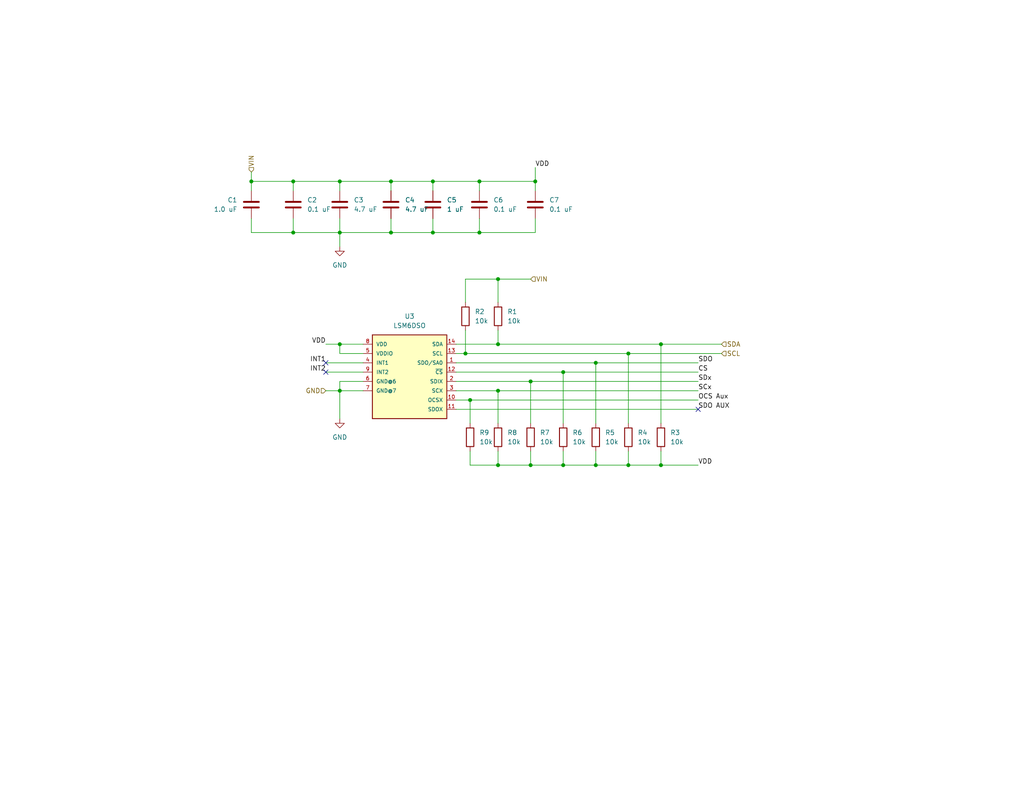
<source format=kicad_sch>
(kicad_sch (version 20250114) (generator "eeschema") (generator_version "9.0")
  (paper "USLetter")
  (title_block (title "LSM6DSO") (date "2025-10-16") (rev "1") (company "Cal Poly"))
  (lib_symbols
    (symbol "Device:C" (pin_numbers (hide yes)) (pin_names (offset 0.254))
      (property "Reference" "C" (at 0.635 2.54 0))
      (property "Value" "C" (at 0.635 -2.54 0))
      (symbol "C_0_1"
        (polyline (pts (xy -2.032 0.762) (xy 2.032 0.762)) (stroke (width 0.508)))
        (polyline (pts (xy -2.032 -0.762) (xy 2.032 -0.762)) (stroke (width 0.508)))
      )
      (symbol "C_1_1"
        (pin passive line (at 0 3.81 270) (length 2.794) (name "~") (number "1"))
        (pin passive line (at 0 -3.81 90) (length 2.794) (name "~") (number "2"))
      )
    )
    (symbol "Device:R" (pin_numbers (hide yes)) (pin_names (offset 0))
      (property "Reference" "R" (at 2.032 0 90))
      (property "Value" "R" (at 0 0 90))
      (symbol "R_0_1"
        (rectangle (start -1.016 -2.54) (end 1.016 2.54) (stroke (width 0.254)))
      )
      (symbol "R_1_1"
        (pin passive line (at 0 3.81 270) (length 1.27) (name "~") (number "1"))
        (pin passive line (at 0 -3.81 90) (length 1.27) (name "~") (number "2"))
      )
    )
    (symbol "LSM6DSO:LSM6DSO" (pin_names (offset 1.016))
      (property "Reference" "U" (at -10.16 13.208 0))
      (symbol "LSM6DSO_0_0"
        (rectangle (start -10.16 -10.16) (end 10.16 12.7) (stroke (width 0.254)) (fill (type background)))
        (pin bidirectional line (at -12.7 10.16 0) (length 2.54) (name "VDD") (number "8"))
        (pin bidirectional line (at -12.7 7.62 0) (length 2.54) (name "VDDIO") (number "5"))
        (pin bidirectional line (at -12.7 5.08 0) (length 2.54) (name "INT1") (number "4"))
        (pin bidirectional line (at -12.7 2.54 0) (length 2.54) (name "INT2") (number "9"))
        (pin bidirectional line (at -12.7 0 0) (length 2.54) (name "GND@6") (number "6"))
        (pin bidirectional line (at -12.7 -2.54 0) (length 2.54) (name "GND@7") (number "7"))
        (pin bidirectional line (at 12.7 10.16 180) (length 2.54) (name "SDA") (number "14"))
        (pin bidirectional line (at 12.7 7.62 180) (length 2.54) (name "SCL") (number "13"))
        (pin bidirectional line (at 12.7 5.08 180) (length 2.54) (name "SDO/SA0") (number "1"))
        (pin bidirectional line (at 12.7 2.54 180) (length 2.54) (name "~{CS}") (number "12"))
        (pin bidirectional line (at 12.7 0 180) (length 2.54) (name "SDIX") (number "2"))
        (pin bidirectional line (at 12.7 -2.54 180) (length 2.54) (name "SCX") (number "3"))
        (pin bidirectional line (at 12.7 -5.08 180) (length 2.54) (name "OCSX") (number "10"))
        (pin bidirectional line (at 12.7 -7.62 180) (length 2.54) (name "SDOX") (number "11"))
      )
    )
    (symbol "power:GND" (power) (pin_numbers (hide yes)) (pin_names (offset 0) (hide yes))
      (property "Value" "GND" (at 0 -3.81 0))
      (symbol "GND_0_1"
        (polyline (pts (xy 0 0) (xy 0 -1.27) (xy 1.27 -1.27) (xy 0 -2.54) (xy -1.27 -1.27) (xy 0 -1.27)))
      )
      (symbol "GND_1_1"
        (pin power_in line (at 0 0 270) (length 0) (name "~") (number "1"))
      )
    )
  )
  (junction (at 135.89 76.2))
  (junction (at 153.67 101.6))
  (junction (at 92.71 49.53))
  (junction (at 171.45 127))
  (junction (at 68.58 49.53))
  (junction (at 135.89 93.98))
  (junction (at 92.71 63.5))
  (junction (at 92.71 106.68))
  (junction (at 144.78 104.14))
  (junction (at 106.68 63.5))
  (junction (at 135.89 106.68))
  (junction (at 180.34 93.98))
  (junction (at 127 96.52))
  (junction (at 171.45 96.52))
  (junction (at 153.67 127))
  (junction (at 128.27 109.22))
  (junction (at 180.34 127))
  (junction (at 80.01 49.53))
  (junction (at 146.05 49.53))
  (junction (at 130.81 49.53))
  (junction (at 162.56 99.06))
  (junction (at 144.78 127))
  (junction (at 92.71 93.98))
  (junction (at 162.56 127))
  (junction (at 80.01 63.5))
  (junction (at 118.11 49.53))
  (junction (at 118.11 63.5))
  (junction (at 106.68 49.53))
  (junction (at 135.89 127))
  (junction (at 130.81 63.5))
  (no_connect (at 88.9 99.06))
  (no_connect (at 190.5 111.76))
  (no_connect (at 88.9 101.6))
  (wire (pts (xy 88.9 99.06) (xy 99.06 99.06)))
  (wire (pts (xy 92.71 106.68) (xy 92.71 114.3)))
  (wire (pts (xy 127 90.17) (xy 127 96.52)))
  (wire (pts (xy 68.58 49.53) (xy 68.58 52.07)))
  (wire (pts (xy 146.05 59.69) (xy 146.05 63.5)))
  (wire (pts (xy 135.89 106.68) (xy 135.89 115.57)))
  (wire (pts (xy 171.45 127) (xy 180.34 127)))
  (wire (pts (xy 135.89 123.19) (xy 135.89 127)))
  (wire (pts (xy 88.9 101.6) (xy 99.06 101.6)))
  (wire (pts (xy 135.89 127) (xy 144.78 127)))
  (wire (pts (xy 92.71 49.53) (xy 92.71 52.07)))
  (wire (pts (xy 130.81 49.53) (xy 146.05 49.53)))
  (wire (pts (xy 68.58 63.5) (xy 80.01 63.5)))
  (wire (pts (xy 118.11 63.5) (xy 130.81 63.5)))
  (wire (pts (xy 92.71 63.5) (xy 92.71 67.31)))
  (wire (pts (xy 144.78 123.19) (xy 144.78 127)))
  (wire (pts (xy 88.9 93.98) (xy 92.71 93.98)))
  (wire (pts (xy 146.05 45.72) (xy 146.05 49.53)))
  (wire (pts (xy 88.9 106.68) (xy 92.71 106.68)))
  (wire (pts (xy 128.27 123.19) (xy 128.27 127)))
  (wire (pts (xy 106.68 49.53) (xy 118.11 49.53)))
  (wire (pts (xy 128.27 127) (xy 135.89 127)))
  (wire (pts (xy 99.06 96.52) (xy 92.71 96.52)))
  (wire (pts (xy 162.56 123.19) (xy 162.56 127)))
  (wire (pts (xy 124.46 111.76) (xy 190.5 111.76)))
  (wire (pts (xy 92.71 106.68) (xy 99.06 106.68)))
  (wire (pts (xy 180.34 127) (xy 190.5 127)))
  (wire (pts (xy 153.67 123.19) (xy 153.67 127)))
  (wire (pts (xy 80.01 49.53) (xy 80.01 52.07)))
  (wire (pts (xy 171.45 96.52) (xy 171.45 115.57)))
  (wire (pts (xy 106.68 63.5) (xy 118.11 63.5)))
  (wire (pts (xy 124.46 93.98) (xy 135.89 93.98)))
  (wire (pts (xy 144.78 104.14) (xy 190.5 104.14)))
  (wire (pts (xy 127 76.2) (xy 135.89 76.2)))
  (wire (pts (xy 124.46 109.22) (xy 128.27 109.22)))
  (wire (pts (xy 68.58 59.69) (xy 68.58 63.5)))
  (wire (pts (xy 130.81 59.69) (xy 130.81 63.5)))
  (wire (pts (xy 144.78 127) (xy 153.67 127)))
  (wire (pts (xy 180.34 123.19) (xy 180.34 127)))
  (wire (pts (xy 80.01 49.53) (xy 92.71 49.53)))
  (wire (pts (xy 135.89 106.68) (xy 190.5 106.68)))
  (wire (pts (xy 92.71 96.52) (xy 92.71 93.98)))
  (wire (pts (xy 118.11 49.53) (xy 118.11 52.07)))
  (wire (pts (xy 127 96.52) (xy 171.45 96.52)))
  (wire (pts (xy 124.46 99.06) (xy 162.56 99.06)))
  (wire (pts (xy 118.11 59.69) (xy 118.11 63.5)))
  (wire (pts (xy 106.68 49.53) (xy 106.68 52.07)))
  (wire (pts (xy 135.89 82.55) (xy 135.89 76.2)))
  (wire (pts (xy 130.81 63.5) (xy 146.05 63.5)))
  (wire (pts (xy 92.71 49.53) (xy 106.68 49.53)))
  (wire (pts (xy 135.89 76.2) (xy 144.78 76.2)))
  (wire (pts (xy 124.46 96.52) (xy 127 96.52)))
  (wire (pts (xy 128.27 109.22) (xy 190.5 109.22)))
  (wire (pts (xy 99.06 104.14) (xy 92.71 104.14)))
  (wire (pts (xy 124.46 104.14) (xy 144.78 104.14)))
  (wire (pts (xy 68.58 46.99) (xy 68.58 49.53)))
  (wire (pts (xy 92.71 104.14) (xy 92.71 106.68)))
  (wire (pts (xy 153.67 101.6) (xy 190.5 101.6)))
  (wire (pts (xy 92.71 59.69) (xy 92.71 63.5)))
  (wire (pts (xy 144.78 104.14) (xy 144.78 115.57)))
  (wire (pts (xy 118.11 49.53) (xy 130.81 49.53)))
  (wire (pts (xy 106.68 59.69) (xy 106.68 63.5)))
  (wire (pts (xy 124.46 101.6) (xy 153.67 101.6)))
  (wire (pts (xy 124.46 106.68) (xy 135.89 106.68)))
  (wire (pts (xy 146.05 49.53) (xy 146.05 52.07)))
  (wire (pts (xy 162.56 99.06) (xy 162.56 115.57)))
  (wire (pts (xy 171.45 96.52) (xy 196.85 96.52)))
  (wire (pts (xy 153.67 101.6) (xy 153.67 115.57)))
  (wire (pts (xy 80.01 59.69) (xy 80.01 63.5)))
  (wire (pts (xy 180.34 93.98) (xy 196.85 93.98)))
  (wire (pts (xy 162.56 127) (xy 171.45 127)))
  (wire (pts (xy 180.34 93.98) (xy 180.34 115.57)))
  (wire (pts (xy 130.81 52.07) (xy 130.81 49.53)))
  (wire (pts (xy 135.89 90.17) (xy 135.89 93.98)))
  (wire (pts (xy 92.71 93.98) (xy 99.06 93.98)))
  (wire (pts (xy 162.56 99.06) (xy 190.5 99.06)))
  (wire (pts (xy 135.89 93.98) (xy 180.34 93.98)))
  (wire (pts (xy 127 76.2) (xy 127 82.55)))
  (wire (pts (xy 92.71 63.5) (xy 106.68 63.5)))
  (wire (pts (xy 171.45 123.19) (xy 171.45 127)))
  (wire (pts (xy 68.58 49.53) (xy 80.01 49.53)))
  (wire (pts (xy 153.67 127) (xy 162.56 127)))
  (wire (pts (xy 128.27 109.22) (xy 128.27 115.57)))
  (wire (pts (xy 80.01 63.5) (xy 92.71 63.5)))
  (label "INT2" (at 88.9 101.6 180))
  (label "SCx" (at 190.5 106.68 0))
  (label "CS" (at 190.5 101.6 0))
  (label "SDO AUX" (at 190.5 111.76 0))
  (label "VDD" (at 88.9 93.98 180))
  (label "SDO" (at 190.5 99.06 0))
  (label "VDD" (at 190.5 127 0))
  (label "VDD" (at 146.05 45.72 0))
  (label "SDx" (at 190.5 104.14 0))
  (label "OCS Aux" (at 190.5 109.22 0))
  (label "INT1" (at 88.9 99.06 180))
  (hierarchical_label "SCL" (shape input) (at 196.85 96.52 0))
  (hierarchical_label "SDA" (shape input) (at 196.85 93.98 0))
  (hierarchical_label "VIN" (shape input) (at 68.58 46.99 90))
  (hierarchical_label "VIN" (shape input) (at 144.78 76.2 0))
  (hierarchical_label "GND" (shape input) (at 88.9 106.68 180))
  (symbol (lib_id "Device:R") (at 171.45 119.38 0) (unit 1)
    (property "Reference" "R4" (at 173.99 118.1099 0) (effects (justify left)))
    (property "Value" "10k" (at 173.99 120.6499 0) (effects (justify left)))
    (property "Footprint" "Resistor_SMD:R_0805_2012Metric" (effects (hide yes)))
    (property "Description" "Resistor" (effects (hide yes)))
  )
  (symbol (lib_id "LSM6DSO:LSM6DSO") (at 111.76 104.14 0) (unit 1)
    (property "Reference" "U3" (at 111.76 86.36 0))
    (property "Value" "LSM6DSO" (at 111.76 88.9 0))
    (property "Footprint" "Library:LSM6DSO" (effects (hide yes)))
    (property "MF" "STMicroelectronics" (effects (hide yes)))
    (property "Description_1" "SPARKFUN 6 DEGREES OF FREEDOM BR" (effects (hide yes)))
    (property "Package" "VFLGA-14 STMicroelectronics" (effects (hide yes)))
    (property "Price" "None" (effects (hide yes)))
    (property "Check_prices" "https://www.snapeda.com/parts/LSM6DSO/STMicroelectronics/view-part/?ref=eda" (effects (hide yes)))
    (property "VALUE" "LSM6DS0" (effects (hide yes)))
    (property "SnapEDA_Link" "https://www.snapeda.com/parts/LSM6DSO/STMicroelectronics/view-part/?ref=snap" (effects (hide yes)))
    (property "PROD_ID" "IC-15837" (effects (hide yes)))
    (property "Availability" "In Stock" (effects (hide yes)))
    (property "MP" "LSM6DSO" (effects (hide yes)))
  )
  (symbol (lib_id "Device:C") (at 146.05 55.88 0) (unit 1)
    (property "Reference" "C7" (at 149.86 54.6099 0) (effects (justify left)))
    (property "Value" "0.1 uF" (at 149.86 57.1499 0) (effects (justify left)))
    (property "Footprint" "Capacitor_SMD:C_0805_2012Metric" (effects (hide yes)))
    (property "Description" "Unpolarized capacitor" (effects (hide yes)))
  )
  (symbol (lib_id "Device:C") (at 68.58 55.88 0) (mirror y) (unit 1)
    (property "Reference" "C1" (at 64.77 54.6099 0) (effects (justify left)))
    (property "Value" "1.0 uF" (at 64.77 57.1499 0) (effects (justify left)))
    (property "Footprint" "Capacitor_SMD:C_0805_2012Metric" (effects (hide yes)))
    (property "Description" "Unpolarized capacitor" (effects (hide yes)))
  )
  (symbol (lib_id "Device:R") (at 153.67 119.38 0) (unit 1)
    (property "Reference" "R6" (at 156.21 118.1099 0) (effects (justify left)))
    (property "Value" "10k" (at 156.21 120.6499 0) (effects (justify left)))
    (property "Footprint" "Resistor_SMD:R_0805_2012Metric" (effects (hide yes)))
    (property "Description" "Resistor" (effects (hide yes)))
  )
  (symbol (lib_id "Device:R") (at 135.89 86.36 0) (unit 1)
    (property "Reference" "R1" (at 138.43 85.0899 0) (effects (justify left)))
    (property "Value" "10k" (at 138.43 87.6299 0) (effects (justify left)))
    (property "Footprint" "Resistor_SMD:R_0805_2012Metric" (effects (hide yes)))
    (property "Description" "Resistor" (effects (hide yes)))
  )
  (symbol (lib_id "Device:C") (at 130.81 55.88 0) (unit 1)
    (property "Reference" "C6" (at 134.62 54.6099 0) (effects (justify left)))
    (property "Value" "0.1 uF" (at 134.62 57.1499 0) (effects (justify left)))
    (property "Footprint" "Capacitor_SMD:C_0805_2012Metric" (effects (hide yes)))
    (property "Description" "Unpolarized capacitor" (effects (hide yes)))
  )
  (symbol (lib_id "Device:R") (at 135.89 119.38 0) (unit 1)
    (property "Reference" "R8" (at 138.43 118.1099 0) (effects (justify left)))
    (property "Value" "10k" (at 138.43 120.6499 0) (effects (justify left)))
    (property "Footprint" "Resistor_SMD:R_0805_2012Metric" (effects (hide yes)))
    (property "Description" "Resistor" (effects (hide yes)))
  )
  (symbol (lib_id "Device:C") (at 106.68 55.88 0) (unit 1)
    (property "Reference" "C4" (at 110.49 54.6099 0) (effects (justify left)))
    (property "Value" "4.7 uF" (at 110.49 57.1499 0) (effects (justify left)))
    (property "Footprint" "Capacitor_SMD:C_0805_2012Metric" (effects (hide yes)))
    (property "Description" "Unpolarized capacitor" (effects (hide yes)))
  )
  (symbol (lib_id "Device:C") (at 92.71 55.88 0) (unit 1)
    (property "Reference" "C3" (at 96.52 54.6099 0) (effects (justify left)))
    (property "Value" "4.7 uF" (at 96.52 57.1499 0) (effects (justify left)))
    (property "Footprint" "Capacitor_SMD:C_0805_2012Metric" (effects (hide yes)))
    (property "Description" "Unpolarized capacitor" (effects (hide yes)))
  )
  (symbol (lib_id "Device:R") (at 127 86.36 0) (unit 1)
    (property "Reference" "R2" (at 129.54 85.0899 0) (effects (justify left)))
    (property "Value" "10k" (at 129.54 87.6299 0) (effects (justify left)))
    (property "Footprint" "Resistor_SMD:R_0805_2012Metric" (effects (hide yes)))
    (property "Description" "Resistor" (effects (hide yes)))
  )
  (symbol (lib_id "Device:R") (at 128.27 119.38 0) (unit 1)
    (property "Reference" "R9" (at 130.81 118.1099 0) (effects (justify left)))
    (property "Value" "10k" (at 130.81 120.6499 0) (effects (justify left)))
    (property "Footprint" "Resistor_SMD:R_0805_2012Metric" (effects (hide yes)))
    (property "Description" "Resistor" (effects (hide yes)))
  )
  (symbol (lib_id "power:GND") (at 92.71 67.31 0) (unit 1)
    (property "Reference" "#PWR02" (effects (hide yes)))
    (property "Value" "GND" (at 92.71 72.39 0))
    (property "Description" "Power symbol creates a global label with name \"GND\" , ground" (effects (hide yes)))
  )
  (symbol (lib_id "Device:R") (at 144.78 119.38 0) (unit 1)
    (property "Reference" "R7" (at 147.32 118.1099 0) (effects (justify left)))
    (property "Value" "10k" (at 147.32 120.6499 0) (effects (justify left)))
    (property "Footprint" "Resistor_SMD:R_0805_2012Metric" (effects (hide yes)))
    (property "Description" "Resistor" (effects (hide yes)))
  )
  (symbol (lib_id "Device:R") (at 162.56 119.38 0) (unit 1)
    (property "Reference" "R5" (at 165.1 118.1099 0) (effects (justify left)))
    (property "Value" "10k" (at 165.1 120.6499 0) (effects (justify left)))
    (property "Footprint" "Resistor_SMD:R_0805_2012Metric" (effects (hide yes)))
    (property "Description" "Resistor" (effects (hide yes)))
  )
  (symbol (lib_id "Device:R") (at 180.34 119.38 0) (unit 1)
    (property "Reference" "R3" (at 182.88 118.1099 0) (effects (justify left)))
    (property "Value" "10k" (at 182.88 120.6499 0) (effects (justify left)))
    (property "Footprint" "Resistor_SMD:R_0805_2012Metric" (effects (hide yes)))
    (property "Description" "Resistor" (effects (hide yes)))
  )
  (symbol (lib_id "Device:C") (at 118.11 55.88 0) (unit 1)
    (property "Reference" "C5" (at 121.92 54.61 0) (effects (justify left)))
    (property "Value" "1 uF" (at 121.92 57.15 0) (effects (justify left)))
    (property "Footprint" "Capacitor_SMD:C_0805_2012Metric" (effects (hide yes)))
    (property "Description" "Unpolarized capacitor" (effects (hide yes)))
  )
  (symbol (lib_id "Device:C") (at 80.01 55.88 0) (unit 1)
    (property "Reference" "C2" (at 83.82 54.6099 0) (effects (justify left)))
    (property "Value" "0.1 uF" (at 83.82 57.1499 0) (effects (justify left)))
    (property "Footprint" "Capacitor_SMD:C_0805_2012Metric" (effects (hide yes)))
    (property "Description" "Unpolarized capacitor" (effects (hide yes)))
  )
  (symbol (lib_id "power:GND") (at 92.71 114.3 0) (unit 1)
    (property "Reference" "#PWR01" (effects (hide yes)))
    (property "Value" "GND" (at 92.71 119.38 0))
    (property "Description" "Power symbol creates a global label with name \"GND\" , ground" (effects (hide yes)))
  )
)
</source>
